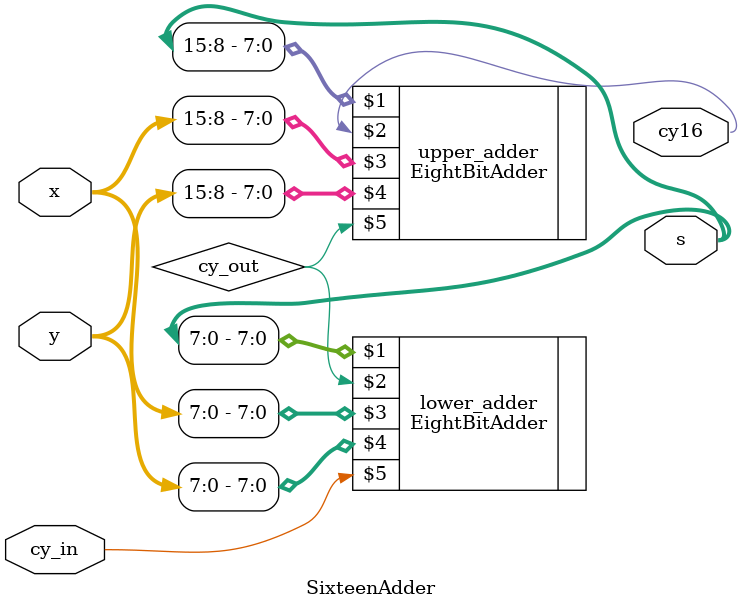
<source format=v>
`timescale 1ns / 1ps

module SixteenAdder(s, cy16, x, y, cy_in);
    input [15:0] x, y;
    input cy_in;
    output [15:0] s;
    output cy16;
    wire cy_out;
    EightBitAdder lower_adder(s[7:0], cy_out, x[7:0], y[7:0], cy_in);
    EightBitAdder upper_adder(s[15:8], cy16, x[15:8], y[15:8], cy_out);
endmodule

</source>
